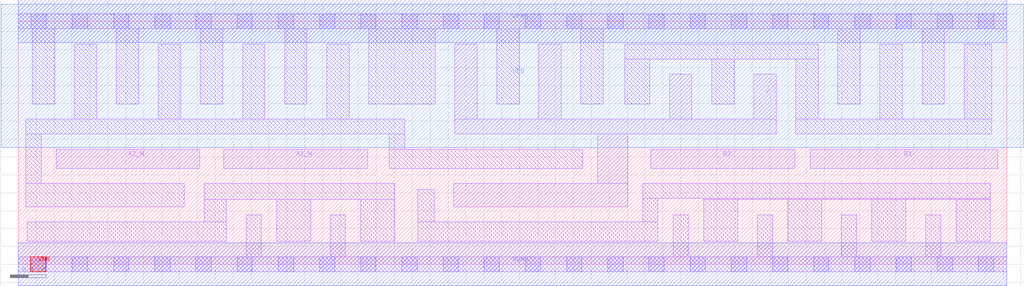
<source format=lef>
# Copyright 2020 The SkyWater PDK Authors
#
# Licensed under the Apache License, Version 2.0 (the "License");
# you may not use this file except in compliance with the License.
# You may obtain a copy of the License at
#
#     https://www.apache.org/licenses/LICENSE-2.0
#
# Unless required by applicable law or agreed to in writing, software
# distributed under the License is distributed on an "AS IS" BASIS,
# WITHOUT WARRANTIES OR CONDITIONS OF ANY KIND, either express or implied.
# See the License for the specific language governing permissions and
# limitations under the License.
#
# SPDX-License-Identifier: Apache-2.0

VERSION 5.7 ;
  NOWIREEXTENSIONATPIN ON ;
  DIVIDERCHAR "/" ;
  BUSBITCHARS "[]" ;
PROPERTYDEFINITIONS
  MACRO maskLayoutSubType STRING ;
  MACRO prCellType STRING ;
  MACRO originalViewName STRING ;
END PROPERTYDEFINITIONS
MACRO sky130_fd_sc_hdll__o2bb2ai_4
  CLASS CORE ;
  FOREIGN sky130_fd_sc_hdll__o2bb2ai_4 ;
  ORIGIN  0.000000  0.000000 ;
  SIZE  11.04000 BY  2.720000 ;
  SYMMETRY X Y R90 ;
  SITE unithd ;
  PIN A1_N
    ANTENNAGATEAREA  1.110000 ;
    DIRECTION INPUT ;
    USE SIGNAL ;
    PORT
      LAYER li1 ;
        RECT 2.295000 1.075000 3.905000 1.285000 ;
    END
  END A1_N
  PIN A2_N
    ANTENNAGATEAREA  1.110000 ;
    DIRECTION INPUT ;
    USE SIGNAL ;
    PORT
      LAYER li1 ;
        RECT 0.425000 1.075000 2.025000 1.285000 ;
    END
  END A2_N
  PIN B1
    ANTENNAGATEAREA  1.110000 ;
    DIRECTION INPUT ;
    USE SIGNAL ;
    PORT
      LAYER li1 ;
        RECT 8.845000 1.075000 10.940000 1.285000 ;
    END
  END B1
  PIN B2
    ANTENNAGATEAREA  1.110000 ;
    DIRECTION INPUT ;
    USE SIGNAL ;
    PORT
      LAYER li1 ;
        RECT 7.065000 1.075000 8.675000 1.285000 ;
    END
  END B2
  PIN VNB
    PORT
      LAYER pwell ;
        RECT 0.135000 -0.085000 0.305000 0.085000 ;
    END
  END VNB
  PIN VPB
    PORT
      LAYER nwell ;
        RECT -0.190000 1.305000 11.230000 2.910000 ;
    END
  END VPB
  PIN Y
    ANTENNADIFFAREA  1.608500 ;
    DIRECTION OUTPUT ;
    USE SIGNAL ;
    PORT
      LAYER li1 ;
        RECT 4.865000 0.645000 6.805000 0.905000 ;
        RECT 4.875000 1.455000 8.465000 1.625000 ;
        RECT 4.875000 1.625000 5.125000 2.465000 ;
        RECT 5.815000 1.625000 6.065000 2.465000 ;
        RECT 6.475000 0.905000 6.805000 1.455000 ;
        RECT 7.275000 1.625000 7.525000 2.125000 ;
        RECT 8.215000 1.625000 8.465000 2.125000 ;
    END
  END Y
  PIN VGND
    DIRECTION INOUT ;
    USE GROUND ;
    PORT
      LAYER met1 ;
        RECT 0.000000 -0.240000 11.040000 0.240000 ;
    END
  END VGND
  PIN VPWR
    DIRECTION INOUT ;
    USE POWER ;
    PORT
      LAYER met1 ;
        RECT 0.000000 2.480000 11.040000 2.960000 ;
    END
  END VPWR
  OBS
    LAYER li1 ;
      RECT  0.000000 -0.085000 11.040000 0.085000 ;
      RECT  0.000000  2.635000 11.040000 2.805000 ;
      RECT  0.085000  0.645000  1.855000 0.905000 ;
      RECT  0.085000  0.905000  0.255000 1.455000 ;
      RECT  0.085000  1.455000  4.315000 1.625000 ;
      RECT  0.100000  0.255000  2.325000 0.475000 ;
      RECT  0.155000  1.795000  0.405000 2.635000 ;
      RECT  0.625000  1.625000  0.875000 2.465000 ;
      RECT  1.095000  1.795000  1.345000 2.635000 ;
      RECT  1.565000  1.625000  1.815000 2.465000 ;
      RECT  2.035000  1.795000  2.285000 2.635000 ;
      RECT  2.075000  0.475000  2.325000 0.725000 ;
      RECT  2.075000  0.725000  4.205000 0.905000 ;
      RECT  2.505000  1.625000  2.755000 2.465000 ;
      RECT  2.545000  0.085000  2.715000 0.555000 ;
      RECT  2.885000  0.255000  3.265000 0.725000 ;
      RECT  2.975000  1.795000  3.225000 2.635000 ;
      RECT  3.445000  1.625000  3.695000 2.465000 ;
      RECT  3.485000  0.085000  3.655000 0.555000 ;
      RECT  3.825000  0.255000  4.205000 0.725000 ;
      RECT  3.915000  1.795000  4.655000 2.635000 ;
      RECT  4.145000  1.075000  6.305000 1.285000 ;
      RECT  4.145000  1.285000  4.315000 1.455000 ;
      RECT  4.460000  0.255000  7.145000 0.475000 ;
      RECT  4.460000  0.475000  4.645000 0.835000 ;
      RECT  5.345000  1.795000  5.595000 2.635000 ;
      RECT  6.285000  1.795000  6.535000 2.635000 ;
      RECT  6.775000  1.795000  7.055000 2.295000 ;
      RECT  6.775000  2.295000  8.935000 2.465000 ;
      RECT  6.975000  0.475000  7.145000 0.735000 ;
      RECT  6.975000  0.735000 10.855000 0.905000 ;
      RECT  7.315000  0.085000  7.485000 0.555000 ;
      RECT  7.655000  0.255000  8.035000 0.725000 ;
      RECT  7.655000  0.725000 10.855000 0.735000 ;
      RECT  7.745000  1.795000  7.995000 2.295000 ;
      RECT  8.255000  0.085000  8.425000 0.555000 ;
      RECT  8.595000  0.255000  8.975000 0.725000 ;
      RECT  8.685000  1.455000 10.875000 1.625000 ;
      RECT  8.685000  1.625000  8.935000 2.295000 ;
      RECT  9.155000  1.795000  9.405000 2.635000 ;
      RECT  9.195000  0.085000  9.365000 0.555000 ;
      RECT  9.535000  0.255000  9.915000 0.725000 ;
      RECT  9.625000  1.625000  9.875000 2.465000 ;
      RECT 10.095000  1.795000 10.345000 2.635000 ;
      RECT 10.135000  0.085000 10.305000 0.555000 ;
      RECT 10.475000  0.255000 10.855000 0.725000 ;
      RECT 10.565000  1.625000 10.875000 2.465000 ;
    LAYER mcon ;
      RECT  0.145000 -0.085000  0.315000 0.085000 ;
      RECT  0.145000  2.635000  0.315000 2.805000 ;
      RECT  0.605000 -0.085000  0.775000 0.085000 ;
      RECT  0.605000  2.635000  0.775000 2.805000 ;
      RECT  1.065000 -0.085000  1.235000 0.085000 ;
      RECT  1.065000  2.635000  1.235000 2.805000 ;
      RECT  1.525000 -0.085000  1.695000 0.085000 ;
      RECT  1.525000  2.635000  1.695000 2.805000 ;
      RECT  1.985000 -0.085000  2.155000 0.085000 ;
      RECT  1.985000  2.635000  2.155000 2.805000 ;
      RECT  2.445000 -0.085000  2.615000 0.085000 ;
      RECT  2.445000  2.635000  2.615000 2.805000 ;
      RECT  2.905000 -0.085000  3.075000 0.085000 ;
      RECT  2.905000  2.635000  3.075000 2.805000 ;
      RECT  3.365000 -0.085000  3.535000 0.085000 ;
      RECT  3.365000  2.635000  3.535000 2.805000 ;
      RECT  3.825000 -0.085000  3.995000 0.085000 ;
      RECT  3.825000  2.635000  3.995000 2.805000 ;
      RECT  4.285000 -0.085000  4.455000 0.085000 ;
      RECT  4.285000  2.635000  4.455000 2.805000 ;
      RECT  4.745000 -0.085000  4.915000 0.085000 ;
      RECT  4.745000  2.635000  4.915000 2.805000 ;
      RECT  5.205000 -0.085000  5.375000 0.085000 ;
      RECT  5.205000  2.635000  5.375000 2.805000 ;
      RECT  5.665000 -0.085000  5.835000 0.085000 ;
      RECT  5.665000  2.635000  5.835000 2.805000 ;
      RECT  6.125000 -0.085000  6.295000 0.085000 ;
      RECT  6.125000  2.635000  6.295000 2.805000 ;
      RECT  6.585000 -0.085000  6.755000 0.085000 ;
      RECT  6.585000  2.635000  6.755000 2.805000 ;
      RECT  7.045000 -0.085000  7.215000 0.085000 ;
      RECT  7.045000  2.635000  7.215000 2.805000 ;
      RECT  7.505000 -0.085000  7.675000 0.085000 ;
      RECT  7.505000  2.635000  7.675000 2.805000 ;
      RECT  7.965000 -0.085000  8.135000 0.085000 ;
      RECT  7.965000  2.635000  8.135000 2.805000 ;
      RECT  8.425000 -0.085000  8.595000 0.085000 ;
      RECT  8.425000  2.635000  8.595000 2.805000 ;
      RECT  8.885000 -0.085000  9.055000 0.085000 ;
      RECT  8.885000  2.635000  9.055000 2.805000 ;
      RECT  9.345000 -0.085000  9.515000 0.085000 ;
      RECT  9.345000  2.635000  9.515000 2.805000 ;
      RECT  9.805000 -0.085000  9.975000 0.085000 ;
      RECT  9.805000  2.635000  9.975000 2.805000 ;
      RECT 10.265000 -0.085000 10.435000 0.085000 ;
      RECT 10.265000  2.635000 10.435000 2.805000 ;
      RECT 10.725000 -0.085000 10.895000 0.085000 ;
      RECT 10.725000  2.635000 10.895000 2.805000 ;
  END
  PROPERTY maskLayoutSubType "abstract" ;
  PROPERTY prCellType "standard" ;
  PROPERTY originalViewName "layout" ;
END sky130_fd_sc_hdll__o2bb2ai_4
END LIBRARY

</source>
